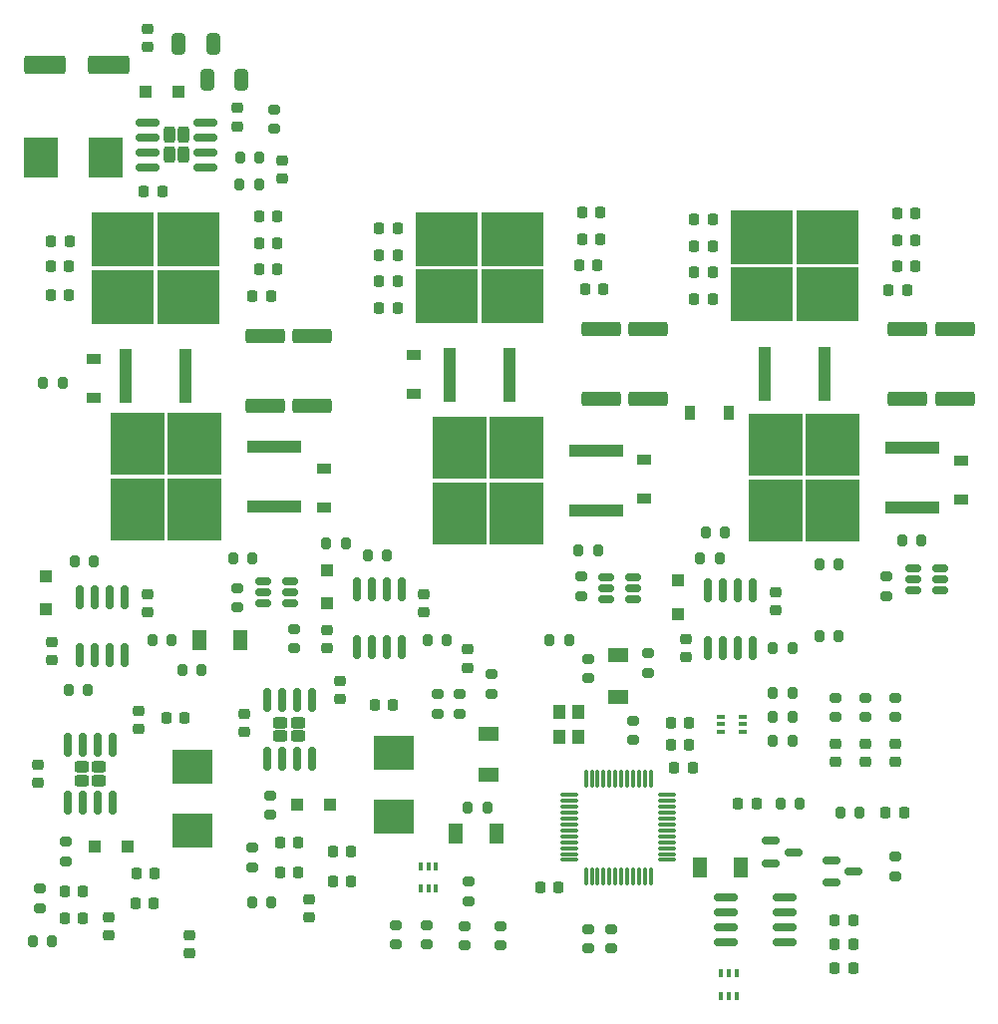
<source format=gbr>
%TF.GenerationSoftware,KiCad,Pcbnew,(6.0.5-0)*%
%TF.CreationDate,2022-05-18T00:34:25-07:00*%
%TF.ProjectId,INV_Board,494e565f-426f-4617-9264-2e6b69636164,rev?*%
%TF.SameCoordinates,Original*%
%TF.FileFunction,Paste,Top*%
%TF.FilePolarity,Positive*%
%FSLAX46Y46*%
G04 Gerber Fmt 4.6, Leading zero omitted, Abs format (unit mm)*
G04 Created by KiCad (PCBNEW (6.0.5-0)) date 2022-05-18 00:34:25*
%MOMM*%
%LPD*%
G01*
G04 APERTURE LIST*
G04 Aperture macros list*
%AMRoundRect*
0 Rectangle with rounded corners*
0 $1 Rounding radius*
0 $2 $3 $4 $5 $6 $7 $8 $9 X,Y pos of 4 corners*
0 Add a 4 corners polygon primitive as box body*
4,1,4,$2,$3,$4,$5,$6,$7,$8,$9,$2,$3,0*
0 Add four circle primitives for the rounded corners*
1,1,$1+$1,$2,$3*
1,1,$1+$1,$4,$5*
1,1,$1+$1,$6,$7*
1,1,$1+$1,$8,$9*
0 Add four rect primitives between the rounded corners*
20,1,$1+$1,$2,$3,$4,$5,0*
20,1,$1+$1,$4,$5,$6,$7,0*
20,1,$1+$1,$6,$7,$8,$9,0*
20,1,$1+$1,$8,$9,$2,$3,0*%
G04 Aperture macros list end*
%ADD10RoundRect,0.225000X-0.250000X0.225000X-0.250000X-0.225000X0.250000X-0.225000X0.250000X0.225000X0*%
%ADD11RoundRect,0.200000X0.200000X0.275000X-0.200000X0.275000X-0.200000X-0.275000X0.200000X-0.275000X0*%
%ADD12R,3.500000X2.950000*%
%ADD13RoundRect,0.200000X-0.275000X0.200000X-0.275000X-0.200000X0.275000X-0.200000X0.275000X0.200000X0*%
%ADD14RoundRect,0.240000X-0.385000X0.240000X-0.385000X-0.240000X0.385000X-0.240000X0.385000X0.240000X0*%
%ADD15RoundRect,0.150000X-0.150000X0.825000X-0.150000X-0.825000X0.150000X-0.825000X0.150000X0.825000X0*%
%ADD16RoundRect,0.200000X-0.200000X-0.275000X0.200000X-0.275000X0.200000X0.275000X-0.200000X0.275000X0*%
%ADD17RoundRect,0.225000X-0.225000X-0.250000X0.225000X-0.250000X0.225000X0.250000X-0.225000X0.250000X0*%
%ADD18RoundRect,0.250000X-1.500000X-0.550000X1.500000X-0.550000X1.500000X0.550000X-1.500000X0.550000X0*%
%ADD19R,1.100000X1.100000*%
%ADD20RoundRect,0.200000X0.275000X-0.200000X0.275000X0.200000X-0.275000X0.200000X-0.275000X-0.200000X0*%
%ADD21RoundRect,0.225000X0.225000X0.250000X-0.225000X0.250000X-0.225000X-0.250000X0.225000X-0.250000X0*%
%ADD22RoundRect,0.225000X0.250000X-0.225000X0.250000X0.225000X-0.250000X0.225000X-0.250000X-0.225000X0*%
%ADD23R,0.400000X0.650000*%
%ADD24RoundRect,0.218750X-0.218750X-0.256250X0.218750X-0.256250X0.218750X0.256250X-0.218750X0.256250X0*%
%ADD25RoundRect,0.250000X0.255000X0.440000X-0.255000X0.440000X-0.255000X-0.440000X0.255000X-0.440000X0*%
%ADD26RoundRect,0.150000X0.825000X0.150000X-0.825000X0.150000X-0.825000X-0.150000X0.825000X-0.150000X0*%
%ADD27RoundRect,0.150000X-0.587500X-0.150000X0.587500X-0.150000X0.587500X0.150000X-0.587500X0.150000X0*%
%ADD28RoundRect,0.250000X-0.325000X-0.650000X0.325000X-0.650000X0.325000X0.650000X-0.325000X0.650000X0*%
%ADD29RoundRect,0.150000X-0.825000X-0.150000X0.825000X-0.150000X0.825000X0.150000X-0.825000X0.150000X0*%
%ADD30R,0.650000X0.400000*%
%ADD31RoundRect,0.150000X0.512500X0.150000X-0.512500X0.150000X-0.512500X-0.150000X0.512500X-0.150000X0*%
%ADD32R,1.300000X1.700000*%
%ADD33R,1.200000X0.900000*%
%ADD34R,0.900000X1.200000*%
%ADD35R,1.100000X1.300000*%
%ADD36R,1.700000X1.300000*%
%ADD37RoundRect,0.250000X1.425000X-0.362500X1.425000X0.362500X-1.425000X0.362500X-1.425000X-0.362500X0*%
%ADD38R,2.950000X3.500000*%
%ADD39RoundRect,0.150000X0.150000X-0.825000X0.150000X0.825000X-0.150000X0.825000X-0.150000X-0.825000X0*%
%ADD40R,4.550000X5.250000*%
%ADD41R,4.600000X1.100000*%
%ADD42R,5.250000X4.550000*%
%ADD43R,1.100000X4.600000*%
%ADD44RoundRect,0.075000X-0.075000X0.662500X-0.075000X-0.662500X0.075000X-0.662500X0.075000X0.662500X0*%
%ADD45RoundRect,0.075000X-0.662500X0.075000X-0.662500X-0.075000X0.662500X-0.075000X0.662500X0.075000X0*%
G04 APERTURE END LIST*
D10*
%TO.C,C32*%
X144653000Y-106908000D03*
X144653000Y-108458000D03*
%TD*%
D11*
%TO.C,R28*%
X120205000Y-129032000D03*
X118555000Y-129032000D03*
%TD*%
D10*
%TO.C,C23*%
X127522500Y-109447000D03*
X127522500Y-110997000D03*
%TD*%
D12*
%TO.C,L2*%
X132080000Y-119634000D03*
X132080000Y-114184000D03*
%TD*%
D13*
%TO.C,R44*%
X137160000Y-121095000D03*
X137160000Y-122745000D03*
%TD*%
%TO.C,R16*%
X121400000Y-120587000D03*
X121400000Y-122237000D03*
%TD*%
D14*
%TO.C,U8*%
X141085000Y-110490000D03*
X139585000Y-111630000D03*
X141085000Y-111630000D03*
X139585000Y-110490000D03*
D15*
X142240000Y-108585000D03*
X140970000Y-108585000D03*
X139700000Y-108585000D03*
X138430000Y-108585000D03*
X138430000Y-113535000D03*
X139700000Y-113535000D03*
X140970000Y-113535000D03*
X142240000Y-113535000D03*
%TD*%
D16*
%TO.C,R33*%
X187135000Y-118110000D03*
X188785000Y-118110000D03*
%TD*%
D10*
%TO.C,C30*%
X136525000Y-109702000D03*
X136525000Y-111252000D03*
%TD*%
D17*
%TO.C,C33*%
X139560000Y-120650000D03*
X141110000Y-120650000D03*
%TD*%
%TO.C,C44*%
X144018000Y-123952000D03*
X145568000Y-123952000D03*
%TD*%
D18*
%TO.C,C18*%
X119568000Y-54610000D03*
X124968000Y-54610000D03*
%TD*%
D19*
%TO.C,D14*%
X143770000Y-117475000D03*
X140970000Y-117475000D03*
%TD*%
D12*
%TO.C,L3*%
X149225000Y-118480000D03*
X149225000Y-113030000D03*
%TD*%
D16*
%TO.C,R6*%
X136144000Y-62484000D03*
X137794000Y-62484000D03*
%TD*%
D17*
%TO.C,C24*%
X121260000Y-124777000D03*
X122810000Y-124777000D03*
%TD*%
D20*
%TO.C,R1*%
X191770000Y-123507000D03*
X191770000Y-121857000D03*
%TD*%
D17*
%TO.C,C22*%
X121260000Y-127127000D03*
X122810000Y-127127000D03*
%TD*%
D21*
%TO.C,C11*%
X188214000Y-131318000D03*
X186664000Y-131318000D03*
%TD*%
D17*
%TO.C,C26*%
X127382500Y-123317000D03*
X128932500Y-123317000D03*
%TD*%
D13*
%TO.C,R35*%
X138684000Y-116650000D03*
X138684000Y-118300000D03*
%TD*%
D22*
%TO.C,C17*%
X139700000Y-64262000D03*
X139700000Y-62712000D03*
%TD*%
D23*
%TO.C,U14*%
X151496000Y-124587000D03*
X152146000Y-124587000D03*
X152796000Y-124587000D03*
X152796000Y-122687000D03*
X152146000Y-122687000D03*
X151496000Y-122687000D03*
%TD*%
D24*
%TO.C,D3*%
X178435000Y-117348000D03*
X180010000Y-117348000D03*
%TD*%
D25*
%TO.C,U3*%
X131345000Y-60580000D03*
X131345000Y-62230000D03*
X130145000Y-60580000D03*
X130145000Y-62230000D03*
D26*
X133220000Y-63310000D03*
X133220000Y-62040000D03*
X133220000Y-60770000D03*
X133220000Y-59500000D03*
X128270000Y-59500000D03*
X128270000Y-60770000D03*
X128270000Y-62040000D03*
X128270000Y-63310000D03*
%TD*%
D27*
%TO.C,Q1*%
X181259000Y-120523000D03*
X181259000Y-122423000D03*
X183134000Y-121473000D03*
%TD*%
D10*
%TO.C,C45*%
X141986000Y-125476000D03*
X141986000Y-127026000D03*
%TD*%
D17*
%TO.C,C31*%
X139560000Y-123190000D03*
X141110000Y-123190000D03*
%TD*%
D28*
%TO.C,C3*%
X133350000Y-55880000D03*
X136300000Y-55880000D03*
%TD*%
D29*
%TO.C,U2*%
X177422000Y-125349000D03*
X177422000Y-126619000D03*
X177422000Y-127889000D03*
X177422000Y-129159000D03*
X182372000Y-129159000D03*
X182372000Y-127889000D03*
X182372000Y-126619000D03*
X182372000Y-125349000D03*
%TD*%
D10*
%TO.C,C21*%
X118999000Y-114033000D03*
X118999000Y-115583000D03*
%TD*%
D11*
%TO.C,R2*%
X183705000Y-117348000D03*
X182055000Y-117348000D03*
%TD*%
D21*
%TO.C,C12*%
X188214000Y-129286000D03*
X186664000Y-129286000D03*
%TD*%
D19*
%TO.C,D4*%
X128140000Y-56896000D03*
X130940000Y-56896000D03*
%TD*%
D27*
%TO.C,Q2*%
X186387500Y-122174000D03*
X186387500Y-124074000D03*
X188262500Y-123124000D03*
%TD*%
D13*
%TO.C,R29*%
X119126000Y-124587000D03*
X119126000Y-126237000D03*
%TD*%
D17*
%TO.C,C43*%
X144018000Y-121412000D03*
X145568000Y-121412000D03*
%TD*%
D11*
%TO.C,R43*%
X138810000Y-125730000D03*
X137160000Y-125730000D03*
%TD*%
D17*
%TO.C,C25*%
X129908000Y-110109000D03*
X131458000Y-110109000D03*
%TD*%
%TO.C,C5*%
X186677000Y-127254000D03*
X188227000Y-127254000D03*
%TD*%
%TO.C,C29*%
X190995000Y-118110000D03*
X192545000Y-118110000D03*
%TD*%
D10*
%TO.C,C28*%
X124982500Y-126987000D03*
X124982500Y-128537000D03*
%TD*%
D14*
%TO.C,U5*%
X124194000Y-114238000D03*
X122694000Y-115378000D03*
X124194000Y-115378000D03*
X122694000Y-114238000D03*
D15*
X125349000Y-112333000D03*
X124079000Y-112333000D03*
X122809000Y-112333000D03*
X121539000Y-112333000D03*
X121539000Y-117283000D03*
X122809000Y-117283000D03*
X124079000Y-117283000D03*
X125349000Y-117283000D03*
%TD*%
D17*
%TO.C,C37*%
X147574000Y-108966000D03*
X149124000Y-108966000D03*
%TD*%
D30*
%TO.C,U12*%
X176977000Y-109967000D03*
X176977000Y-110617000D03*
X176977000Y-111267000D03*
X178877000Y-111267000D03*
X178877000Y-110617000D03*
X178877000Y-109967000D03*
%TD*%
D17*
%TO.C,C27*%
X127242500Y-125857000D03*
X128792500Y-125857000D03*
%TD*%
D28*
%TO.C,C2*%
X130908000Y-52832000D03*
X133858000Y-52832000D03*
%TD*%
D23*
%TO.C,U13*%
X177023000Y-133665000D03*
X177673000Y-133665000D03*
X178323000Y-133665000D03*
X178323000Y-131765000D03*
X177673000Y-131765000D03*
X177023000Y-131765000D03*
%TD*%
D19*
%TO.C,D8*%
X126610000Y-120967000D03*
X123810000Y-120967000D03*
%TD*%
D17*
%TO.C,C54*%
X165225000Y-67150000D03*
X166775000Y-67150000D03*
%TD*%
D20*
%TO.C,R34*%
X140716000Y-104177500D03*
X140716000Y-102527500D03*
%TD*%
%TO.C,R26*%
X169545000Y-111950000D03*
X169545000Y-110300000D03*
%TD*%
D16*
%TO.C,R19*%
X185357000Y-103124000D03*
X187007000Y-103124000D03*
%TD*%
D20*
%TO.C,R32*%
X135890000Y-100672500D03*
X135890000Y-99022500D03*
%TD*%
D16*
%TO.C,R31*%
X135547500Y-96520000D03*
X137197500Y-96520000D03*
%TD*%
D20*
%TO.C,R24*%
X165100000Y-99732500D03*
X165100000Y-98082500D03*
%TD*%
D16*
%TO.C,R23*%
X164910000Y-95885000D03*
X166560000Y-95885000D03*
%TD*%
D20*
%TO.C,R18*%
X191000000Y-99732500D03*
X191000000Y-98082500D03*
%TD*%
D16*
%TO.C,R17*%
X192367500Y-94996000D03*
X194017500Y-94996000D03*
%TD*%
D31*
%TO.C,U7*%
X140372500Y-100330000D03*
X140372500Y-99380000D03*
X140372500Y-98430000D03*
X138097500Y-98430000D03*
X138097500Y-99380000D03*
X138097500Y-100330000D03*
%TD*%
%TO.C,U6*%
X169537500Y-100010000D03*
X169537500Y-99060000D03*
X169537500Y-98110000D03*
X167262500Y-98110000D03*
X167262500Y-99060000D03*
X167262500Y-100010000D03*
%TD*%
%TO.C,U4*%
X195617500Y-99248000D03*
X195617500Y-98298000D03*
X195617500Y-97348000D03*
X193342500Y-97348000D03*
X193342500Y-98298000D03*
X193342500Y-99248000D03*
%TD*%
D17*
%TO.C,C47*%
X191975000Y-67250000D03*
X193525000Y-67250000D03*
%TD*%
D16*
%TO.C,TH1*%
X185331500Y-97028000D03*
X186981500Y-97028000D03*
%TD*%
D11*
%TO.C,R22*%
X157136500Y-117729000D03*
X155486500Y-117729000D03*
%TD*%
D20*
%TO.C,R30*%
X155575000Y-125615000D03*
X155575000Y-123965000D03*
%TD*%
D13*
%TO.C,R20*%
X165735000Y-127978500D03*
X165735000Y-129628500D03*
%TD*%
D32*
%TO.C,D9*%
X157960000Y-119888000D03*
X154460000Y-119888000D03*
%TD*%
D21*
%TO.C,C64*%
X176275000Y-74500000D03*
X174725000Y-74500000D03*
%TD*%
%TO.C,C61*%
X176275000Y-72250000D03*
X174725000Y-72250000D03*
%TD*%
%TO.C,C58*%
X176275000Y-70000000D03*
X174725000Y-70000000D03*
%TD*%
%TO.C,C56*%
X176275000Y-67750000D03*
X174725000Y-67750000D03*
%TD*%
D17*
%TO.C,C53*%
X165225000Y-69400000D03*
X166775000Y-69400000D03*
%TD*%
%TO.C,C51*%
X164960000Y-71650000D03*
X166510000Y-71650000D03*
%TD*%
D21*
%TO.C,C50*%
X149525000Y-75250000D03*
X147975000Y-75250000D03*
%TD*%
%TO.C,C74*%
X149525000Y-73000000D03*
X147975000Y-73000000D03*
%TD*%
%TO.C,C73*%
X149525000Y-70750000D03*
X147975000Y-70750000D03*
%TD*%
D17*
%TO.C,C72*%
X137775000Y-67500000D03*
X139325000Y-67500000D03*
%TD*%
%TO.C,C70*%
X137775000Y-69750000D03*
X139325000Y-69750000D03*
%TD*%
%TO.C,C69*%
X137775000Y-72000000D03*
X139325000Y-72000000D03*
%TD*%
D21*
%TO.C,C67*%
X121616000Y-74168000D03*
X120066000Y-74168000D03*
%TD*%
%TO.C,C62*%
X121616000Y-71744000D03*
X120066000Y-71744000D03*
%TD*%
D10*
%TO.C,C20*%
X186690000Y-112229500D03*
X186690000Y-113779500D03*
%TD*%
%TO.C,C19*%
X189230000Y-112229500D03*
X189230000Y-113779500D03*
%TD*%
%TO.C,C16*%
X191770000Y-112229500D03*
X191770000Y-113779500D03*
%TD*%
D20*
%TO.C,R14*%
X149352000Y-129323500D03*
X149352000Y-127673500D03*
%TD*%
D13*
%TO.C,R13*%
X152019000Y-127673500D03*
X152019000Y-129323500D03*
%TD*%
D19*
%TO.C,D17*%
X143510000Y-100330000D03*
X143510000Y-97530000D03*
%TD*%
D17*
%TO.C,C7*%
X172732500Y-112395000D03*
X174282500Y-112395000D03*
%TD*%
D20*
%TO.C,R15*%
X186690000Y-110019500D03*
X186690000Y-108369500D03*
%TD*%
%TO.C,R11*%
X189230000Y-110019500D03*
X189230000Y-108369500D03*
%TD*%
%TO.C,R7*%
X191770000Y-110019500D03*
X191770000Y-108369500D03*
%TD*%
D16*
%TO.C,R12*%
X181394500Y-112014000D03*
X183044500Y-112014000D03*
%TD*%
%TO.C,R10*%
X181420000Y-109982000D03*
X183070000Y-109982000D03*
%TD*%
%TO.C,R5*%
X181394500Y-107950000D03*
X183044500Y-107950000D03*
%TD*%
D13*
%TO.C,R25*%
X158242000Y-127724500D03*
X158242000Y-129374500D03*
%TD*%
%TO.C,R21*%
X155194000Y-127724500D03*
X155194000Y-129374500D03*
%TD*%
%TO.C,R27*%
X167640000Y-127978500D03*
X167640000Y-129628500D03*
%TD*%
D33*
%TO.C,D21*%
X143256000Y-92201000D03*
X143256000Y-88901000D03*
%TD*%
%TO.C,D20*%
X123698000Y-79631000D03*
X123698000Y-82931000D03*
%TD*%
%TO.C,D25*%
X170434000Y-91440000D03*
X170434000Y-88140000D03*
%TD*%
%TO.C,D24*%
X150876000Y-79250000D03*
X150876000Y-82550000D03*
%TD*%
%TO.C,D23*%
X197358000Y-91565000D03*
X197358000Y-88265000D03*
%TD*%
D34*
%TO.C,D22*%
X177672000Y-84201000D03*
X174372000Y-84201000D03*
%TD*%
D17*
%TO.C,C57*%
X191975000Y-69500000D03*
X193525000Y-69500000D03*
%TD*%
%TO.C,C59*%
X191975000Y-71750000D03*
X193525000Y-71750000D03*
%TD*%
D19*
%TO.C,D15*%
X119634000Y-100838000D03*
X119634000Y-98038000D03*
%TD*%
D22*
%TO.C,C1*%
X131826000Y-130086500D03*
X131826000Y-128536500D03*
%TD*%
D10*
%TO.C,C71*%
X155448000Y-104254000D03*
X155448000Y-105804000D03*
%TD*%
D35*
%TO.C,X1*%
X163260800Y-109560400D03*
X163260800Y-111660400D03*
X164910800Y-111660400D03*
X164910800Y-109560400D03*
%TD*%
D11*
%TO.C,R65*%
X164083000Y-103505000D03*
X162433000Y-103505000D03*
%TD*%
D16*
%TO.C,R58*%
X121603000Y-107696000D03*
X123253000Y-107696000D03*
%TD*%
%TO.C,R51*%
X131255000Y-106045000D03*
X132905000Y-106045000D03*
%TD*%
D13*
%TO.C,R42*%
X152908000Y-108078000D03*
X152908000Y-109728000D03*
%TD*%
D20*
%TO.C,R41*%
X154813000Y-109728000D03*
X154813000Y-108078000D03*
%TD*%
D13*
%TO.C,R37*%
X170815000Y-104585000D03*
X170815000Y-106235000D03*
%TD*%
%TO.C,R36*%
X165735000Y-105067500D03*
X165735000Y-106717500D03*
%TD*%
D32*
%TO.C,D26*%
X132715000Y-103505000D03*
X136215000Y-103505000D03*
%TD*%
D36*
%TO.C,D19*%
X157226000Y-114935000D03*
X157226000Y-111435000D03*
%TD*%
%TO.C,D13*%
X168275000Y-104775000D03*
X168275000Y-108275000D03*
%TD*%
D32*
%TO.C,D11*%
X175189000Y-122809000D03*
X178689000Y-122809000D03*
%TD*%
D21*
%TO.C,C10*%
X163182500Y-124460000D03*
X161632500Y-124460000D03*
%TD*%
D37*
%TO.C,R52*%
X142250000Y-83586500D03*
X142250000Y-77661500D03*
%TD*%
%TO.C,R54*%
X170815000Y-82972500D03*
X170815000Y-77047500D03*
%TD*%
%TO.C,R53*%
X196850000Y-82972500D03*
X196850000Y-77047500D03*
%TD*%
D13*
%TO.C,R66*%
X157480000Y-106363000D03*
X157480000Y-108013000D03*
%TD*%
D20*
%TO.C,R4*%
X139065000Y-60032500D03*
X139065000Y-58382500D03*
%TD*%
D11*
%TO.C,R3*%
X137756500Y-64770000D03*
X136106500Y-64770000D03*
%TD*%
D38*
%TO.C,L1*%
X124714000Y-62484000D03*
X119264000Y-62484000D03*
%TD*%
D10*
%TO.C,C13*%
X128270000Y-51574500D03*
X128270000Y-53124500D03*
%TD*%
D21*
%TO.C,C8*%
X129553000Y-65405000D03*
X128003000Y-65405000D03*
%TD*%
D22*
%TO.C,C4*%
X135890000Y-59830000D03*
X135890000Y-58280000D03*
%TD*%
D39*
%TO.C,U9*%
X122555000Y-104775000D03*
X123825000Y-104775000D03*
X125095000Y-104775000D03*
X126365000Y-104775000D03*
X126365000Y-99825000D03*
X125095000Y-99825000D03*
X123825000Y-99825000D03*
X122555000Y-99825000D03*
%TD*%
%TO.C,U11*%
X146050000Y-104075000D03*
X147320000Y-104075000D03*
X148590000Y-104075000D03*
X149860000Y-104075000D03*
X149860000Y-99125000D03*
X148590000Y-99125000D03*
X147320000Y-99125000D03*
X146050000Y-99125000D03*
%TD*%
D37*
%TO.C,R55*%
X138250000Y-83586500D03*
X138250000Y-77661500D03*
%TD*%
%TO.C,R57*%
X166815000Y-82972500D03*
X166815000Y-77047500D03*
%TD*%
D16*
%TO.C,R47*%
X128715000Y-103505000D03*
X130365000Y-103505000D03*
%TD*%
%TO.C,R45*%
X119444000Y-81661000D03*
X121094000Y-81661000D03*
%TD*%
%TO.C,R50*%
X152057500Y-103505000D03*
X153707500Y-103505000D03*
%TD*%
%TO.C,R46*%
X147003000Y-96266000D03*
X148653000Y-96266000D03*
%TD*%
D11*
%TO.C,R38*%
X123735500Y-96774000D03*
X122085500Y-96774000D03*
%TD*%
%TO.C,R40*%
X145122500Y-95250000D03*
X143472500Y-95250000D03*
%TD*%
D16*
%TO.C,R48*%
X175705000Y-94361000D03*
X177355000Y-94361000D03*
%TD*%
D40*
%TO.C,Q4*%
X127450000Y-86825000D03*
X132300000Y-92375000D03*
X132300000Y-86825000D03*
X127450000Y-92375000D03*
D41*
X139025000Y-92140000D03*
X139025000Y-87060000D03*
%TD*%
D42*
%TO.C,Q3*%
X131775000Y-69450000D03*
X126225000Y-74300000D03*
X131775000Y-74300000D03*
X126225000Y-69450000D03*
D43*
X126460000Y-81025000D03*
X131540000Y-81025000D03*
%TD*%
D40*
%TO.C,Q8*%
X154801000Y-87141000D03*
X159651000Y-92691000D03*
X159651000Y-87141000D03*
X154801000Y-92691000D03*
D41*
X166376000Y-92456000D03*
X166376000Y-87376000D03*
%TD*%
D42*
%TO.C,Q7*%
X159275000Y-69400000D03*
X153725000Y-74250000D03*
X159275000Y-74250000D03*
X153725000Y-69400000D03*
D43*
X153960000Y-80975000D03*
X159040000Y-80975000D03*
%TD*%
D40*
%TO.C,Q6*%
X181652000Y-86887000D03*
X186502000Y-92437000D03*
X186502000Y-86887000D03*
X181652000Y-92437000D03*
D41*
X193227000Y-92202000D03*
X193227000Y-87122000D03*
%TD*%
D17*
%TO.C,C68*%
X137225000Y-74250000D03*
X138775000Y-74250000D03*
%TD*%
%TO.C,C52*%
X165455000Y-73660000D03*
X167005000Y-73660000D03*
%TD*%
D21*
%TO.C,C48*%
X121666000Y-69596000D03*
X120116000Y-69596000D03*
%TD*%
D10*
%TO.C,C38*%
X120142000Y-103619000D03*
X120142000Y-105169000D03*
%TD*%
%TO.C,C40*%
X143510000Y-102577500D03*
X143510000Y-104127500D03*
%TD*%
%TO.C,C34*%
X128270000Y-99555000D03*
X128270000Y-101105000D03*
%TD*%
%TO.C,C36*%
X151765000Y-99555000D03*
X151765000Y-101105000D03*
%TD*%
D17*
%TO.C,C9*%
X173037500Y-114300000D03*
X174587500Y-114300000D03*
%TD*%
D39*
%TO.C,U10*%
X175895000Y-104140000D03*
X177165000Y-104140000D03*
X178435000Y-104140000D03*
X179705000Y-104140000D03*
X179705000Y-99190000D03*
X178435000Y-99190000D03*
X177165000Y-99190000D03*
X175895000Y-99190000D03*
%TD*%
D44*
%TO.C,U1*%
X171025000Y-115217500D03*
X170525000Y-115217500D03*
X170025000Y-115217500D03*
X169525000Y-115217500D03*
X169025000Y-115217500D03*
X168525000Y-115217500D03*
X168025000Y-115217500D03*
X167525000Y-115217500D03*
X167025000Y-115217500D03*
X166525000Y-115217500D03*
X166025000Y-115217500D03*
X165525000Y-115217500D03*
D45*
X164112500Y-116630000D03*
X164112500Y-117130000D03*
X164112500Y-117630000D03*
X164112500Y-118130000D03*
X164112500Y-118630000D03*
X164112500Y-119130000D03*
X164112500Y-119630000D03*
X164112500Y-120130000D03*
X164112500Y-120630000D03*
X164112500Y-121130000D03*
X164112500Y-121630000D03*
X164112500Y-122130000D03*
D44*
X165525000Y-123542500D03*
X166025000Y-123542500D03*
X166525000Y-123542500D03*
X167025000Y-123542500D03*
X167525000Y-123542500D03*
X168025000Y-123542500D03*
X168525000Y-123542500D03*
X169025000Y-123542500D03*
X169525000Y-123542500D03*
X170025000Y-123542500D03*
X170525000Y-123542500D03*
X171025000Y-123542500D03*
D45*
X172437500Y-122130000D03*
X172437500Y-121630000D03*
X172437500Y-121130000D03*
X172437500Y-120630000D03*
X172437500Y-120130000D03*
X172437500Y-119630000D03*
X172437500Y-119130000D03*
X172437500Y-118630000D03*
X172437500Y-118130000D03*
X172437500Y-117630000D03*
X172437500Y-117130000D03*
X172437500Y-116630000D03*
%TD*%
D16*
%TO.C,R49*%
X181420000Y-104140000D03*
X183070000Y-104140000D03*
%TD*%
D11*
%TO.C,R39*%
X176872500Y-96520000D03*
X175222500Y-96520000D03*
%TD*%
D37*
%TO.C,R56*%
X192850000Y-82972500D03*
X192850000Y-77047500D03*
%TD*%
D42*
%TO.C,Q5*%
X186025000Y-69250000D03*
X180475000Y-74100000D03*
X186025000Y-74100000D03*
X180475000Y-69250000D03*
D43*
X180710000Y-80825000D03*
X185790000Y-80825000D03*
%TD*%
D19*
%TO.C,D16*%
X173355000Y-101225000D03*
X173355000Y-98425000D03*
%TD*%
D17*
%TO.C,C60*%
X191225000Y-73750000D03*
X192775000Y-73750000D03*
%TD*%
D10*
%TO.C,C39*%
X173990000Y-103365000D03*
X173990000Y-104915000D03*
%TD*%
%TO.C,C35*%
X181610000Y-99402500D03*
X181610000Y-100952500D03*
%TD*%
D17*
%TO.C,C6*%
X172732500Y-110490000D03*
X174282500Y-110490000D03*
%TD*%
D21*
%TO.C,C55*%
X149525000Y-68500000D03*
X147975000Y-68500000D03*
%TD*%
M02*

</source>
